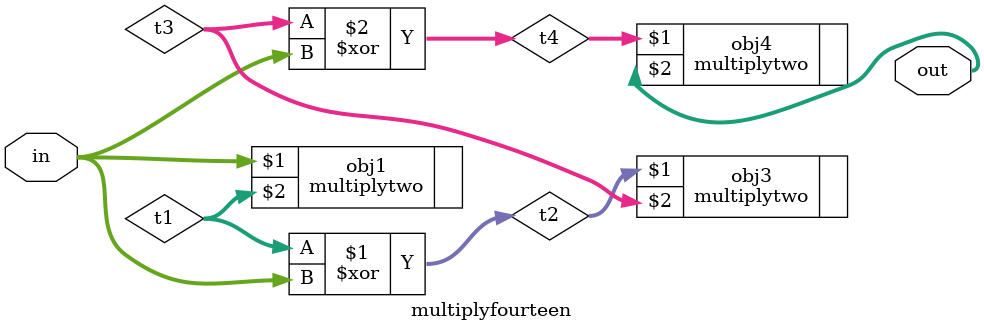
<source format=v>
module InvMixColumns(in,out);
input [127:0] in;
output [127:0] out;
wire [31:0] w1,w2,w3,w4;
BlockTostate  obj24 (in,w1,w2,w3,w4);
wire [31:0]bout1,bout2,bout3,bout4;
wire [31:0] out1,out2,out3,out4;
wire [31:0]t1,t2,t3,t4,t5,t6,t7,t8,t9,t10,t11,t12,t13,t14,t15,t16;

//first column
//first element
multiplyfourteen obj1 (w1[31:24],t1[7:0]);
multiplyeleven obj2 (w1[23:16],t1[15:8]);
multiplythirteen obj3 (w1[15:8],t1[23:16]);
multiplynine obj4 (w1[7:0],t1[31:24]);
assign bout1[31:24]=t1[7:0]^t1[15:8]^t1[23:16]^t1[31:24];
//second element
multiplynine obj5 (w1[31:24],t2[7:0]);
multiplyfourteen obj6 (w1[23:16],t2[15:8]);
multiplyeleven obj7 (w1[15:8],t2[23:16]);
multiplythirteen obj8 (w1[7:0],t2[31:24]);
assign bout1[23:16]=t2[7:0]^t2[15:8]^t2[23:16]^t2[31:24];
//third element
multiplythirteen obj9 (w1[31:24],t3[7:0]);
multiplynine obj10 (w1[23:16],t3[15:8]);
multiplyfourteen obj11 (w1[15:8],t3[23:16]);
multiplyeleven obj12 (w1[7:0],t3[31:24]);
assign bout1[15:8]=t3[7:0]^t3[15:8]^t3[23:16]^t3[31:24];
//fourth element
multiplyeleven obj13 (w1[31:24],t4[7:0]);
multiplythirteen obj14 (w1[23:16],t4[15:8]);
multiplynine obj15 (w1[15:8],t4[23:16]);
multiplyfourteen obj16 (w1[7:0],t4[31:24]);
assign bout1[7:0]=t4[7:0]^t4[15:8]^t4[23:16]^t4[31:24];
//second column
//first element
multiplyfourteen ob1 (w2[31:24],t5[7:0]);
multiplyeleven ob2 (w2[23:16],t5[15:8]);
multiplythirteen ob3 (w2[15:8],t5[23:16]);
multiplynine ob4 (w2[7:0],t5[31:24]);
assign bout2[31:24]=t5[7:0]^t5[15:8]^t5[23:16]^t5[31:24];
//second element
multiplynine ob5 (w2[31:24],t6[7:0]);
multiplyfourteen ob6 (w2[23:16],t6[15:8]);
multiplyeleven ob7 (w2[15:8],t6[23:16]);
multiplythirteen ob8 (w2[7:0],t6[31:24]);
assign bout2[23:16]=t6[7:0]^t6[15:8]^t6[23:16]^t6[31:24];
//third element
multiplythirteen ob9 (w2[31:24],t7[7:0]);
multiplynine ob10 (w2[23:16],t7[15:8]);
multiplyfourteen ob11 (w2[15:8],t7[23:16]);
multiplyeleven ob12 (w2[7:0],t7[31:24]);
assign bout2[15:8]=t7[7:0]^t7[15:8]^t7[23:16]^t7[31:24];
//fourth element
multiplyeleven ob13 (w2[31:24],t8[7:0]);
multiplythirteen ob14 (w2[23:16],t8[15:8]);
multiplynine ob15 (w2[15:8],t8[23:16]);
multiplyfourteen ob16 (w2[7:0],t8[31:24]);
assign bout2[7:0]=t8[7:0]^t8[15:8]^t8[23:16]^t8[31:24];
//third column
//first element
multiplyfourteen obje1 (w3[31:24],t9[7:0]);
multiplyeleven obje2 (w3[23:16],t9[15:8]);
multiplythirteen obje3 (w3[15:8],t9[23:16]);
multiplynine obje4 (w3[7:0],t9[31:24]);
assign bout3[31:24]=t9[7:0]^t9[15:8]^t9[23:16]^t9[31:24];
//second element
multiplynine obje5 (w3[31:24],t10[7:0]);
multiplyfourteen obje6 (w3[23:16],t10[15:8]);
multiplyeleven obje7 (w3[15:8],t10[23:16]);
multiplythirteen obje8 (w3[7:0],t10[31:24]);
assign bout3[23:16]=t10[7:0]^t10[15:8]^t10[23:16]^t10[31:24];
//third element
multiplythirteen obje9 (w3[31:24],t11[7:0]);
multiplynine obje10 (w3[23:16],t11[15:8]);
multiplyfourteen obje11 (w3[15:8],t11[23:16]);
multiplyeleven obje12 (w3[7:0],t11[31:24]);
assign bout3[15:8]=t11[7:0]^t11[15:8]^t11[23:16]^t11[31:24];
//fourth element
multiplyeleven obje13 (w3[31:24],t12[7:0]);
multiplythirteen obje14 (w3[23:16],t12[15:8]);
multiplynine obje15 (w3[15:8],t12[23:16]);
multiplyfourteen obje16 (w3[7:0],t12[31:24]);
assign bout3[7:0]=t12[7:0]^t12[15:8]^t12[23:16]^t12[31:24];
//fourth column
//first element
multiplyfourteen objec1 (w4[31:24],t13[7:0]);
multiplyeleven objec2 (w4[23:16],t13[15:8]);
multiplythirteen objec3 (w4[15:8],t13[23:16]);
multiplynine objec4 (w4[7:0],t13[31:24]);
assign bout4[31:24]=t13[7:0]^t13[15:8]^t13[23:16]^t13[31:24];
//second element
multiplynine objec5 (w4[31:24],t14[7:0]);
multiplyfourteen objec6 (w4[23:16],t14[15:8]);
multiplyeleven objec7 (w4[15:8],t14[23:16]);
multiplythirteen objec8 (w4[7:0],t14[31:24]);
assign bout4[23:16]=t14[7:0]^t14[15:8]^t14[23:16]^t14[31:24];
//third element
multiplythirteen objec9 (w4[31:24],t15[7:0]);
multiplynine objec10 (w4[23:16],t15[15:8]);
multiplyfourteen objec11 (w4[15:8],t15[23:16]);
multiplyeleven objec12 (w4[7:0],t15[31:24]);
assign bout4[15:8]=t15[7:0]^t15[15:8]^t15[23:16]^t15[31:24];
//fourth element
multiplyeleven objec13 (w4[31:24],t16[7:0]);
multiplythirteen objec14 (w4[23:16],t16[15:8]);
multiplynine objec15 (w4[15:8],t16[23:16]);
multiplyfourteen objec16 (w4[7:0],t16[31:24]);
assign bout4[7:0]=t16[7:0]^t16[15:8]^t16[23:16]^t16[31:24];




assign out ={bout1,bout2,bout3,bout4};




endmodule












module multiplynine  (in,out);
input [7:0] in;
output [7:0]out;
wire [7:0] t1;
wire[7:0]t2,t3,t4,t5;

multiplytwo obj1(in,t1);
multiplytwo obj2 (t1,t2);
multiplytwo obj3 (t2,t3);
assign out=t3[7:0]^in[7:0];

endmodule


module multiplyeleven  (in,out);
input [7:0] in;
output [7:0]out;
wire [7:0] t1;
wire[7:0]t2,t3,t4,t5,t6,t7;

multiplytwo obj1(in,t1);
multiplytwo obj2 (t1,t2);
assign t3=t2[7:0]^in[7:0];
multiplytwo obj7 (t3,t6);
assign out=t6[7:0]^in[7:0];
 



endmodule

module multiplythirteen (in,out);
input [7:0] in;
output [7:0]out;
wire [7:0] t1;
wire[7:0]t2,t3,t4,t5,t6;

multiplytwo obj1 (in,t1);
assign t2=t1[7:0]^in[7:0];
multiplytwo obj3 (t2,t3);
multiplytwo obj5 (t3,t5);
assign out=t5[7:0]^in[7:0];
endmodule

module multiplyfourteen (in,out);
input [7:0] in;
output [7:0]out;
wire [7:0] t1;
wire[7:0]t2,t3,t4,t5,t6;


multiplytwo obj1 (in,t1);
assign t2=t1[7:0]^in[7:0];
multiplytwo obj3 (t2,t3);
assign t4=t3[7:0]^in[7:0];
multiplytwo obj4 (t4,out);

endmodule

</source>
